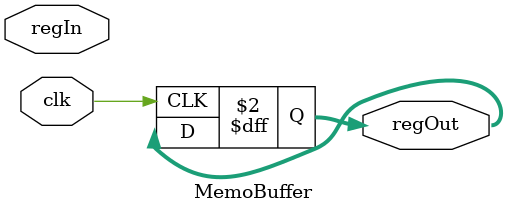
<source format=v>
module MemoBuffer(
	input wire clk,
	input wire [31:0] regIn,
	output reg [31:0] regOut
	);
	always @(posedge clk)
		begin
			regOut <= regOut;
	end
endmodule
</source>
